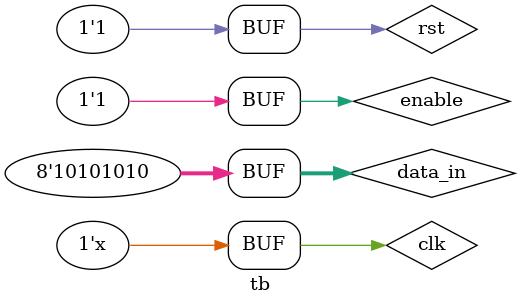
<source format=sv>
module tb();

logic clk, rst, enable;
logic [7:0] data_in;
logic [7:0] data_out;

bsg DUT( .g_clk_tx(clk), .reset(rst), .enable(enable), .data_in(data_in), .data_out(data_out) );

initial begin
	clk=1'b0;
	rst=1'b1;
	enable = 1'b1;
	#50 rst = 1'b0;
	#50 rst = 1'b1;
	//#50 $finish;
	data_in = 8'b10101010;
end

always
	#50 clk = ~clk;

endmodule

</source>
